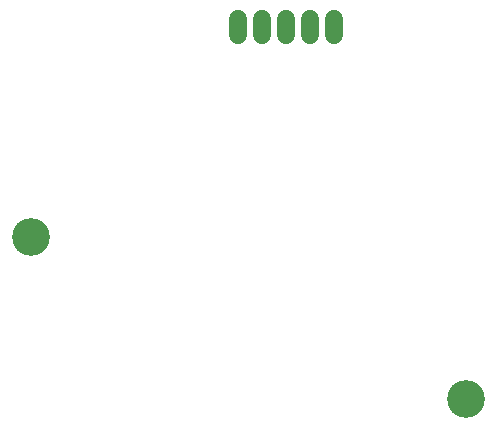
<source format=gbr>
G04 EAGLE Gerber RS-274X export*
G75*
%MOMM*%
%FSLAX34Y34*%
%LPD*%
%INSoldermask Bottom*%
%IPPOS*%
%AMOC8*
5,1,8,0,0,1.08239X$1,22.5*%
G01*
%ADD10C,1.524000*%
%ADD11C,3.203200*%


D10*
X345440Y501904D02*
X345440Y488696D01*
X325120Y488696D02*
X325120Y501904D01*
X304800Y501904D02*
X304800Y488696D01*
X284480Y488696D02*
X284480Y501904D01*
X264160Y501904D02*
X264160Y488696D01*
D11*
X457200Y180340D03*
X88900Y317500D03*
M02*

</source>
